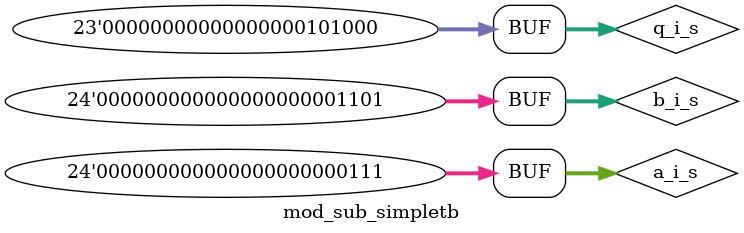
<source format=sv>


`timescale 1 ns/ 1 ps

module mod_sub_simpletb ();
	logic [23:0] a_i_s, b_i_s;
	logic [22:0] q_i_s;
	logic [22:0] c_o_s;

	mod_sub DUT (
		.a_i(a_i_s),
		.b_i(b_i_s),
		.q_i(q_i_s),
		.c_o(c_o_s)	
	);

//Stimuli generation
initial begin
	a_i_s = '0;
	b_i_s = '0;
	q_i_s = 40;
	#1;
	a_i_s = 20;
	b_i_s = 13;
	#1;
	a_i_s = 7;
end

endmodule : mod_sub_simpletb

</source>
